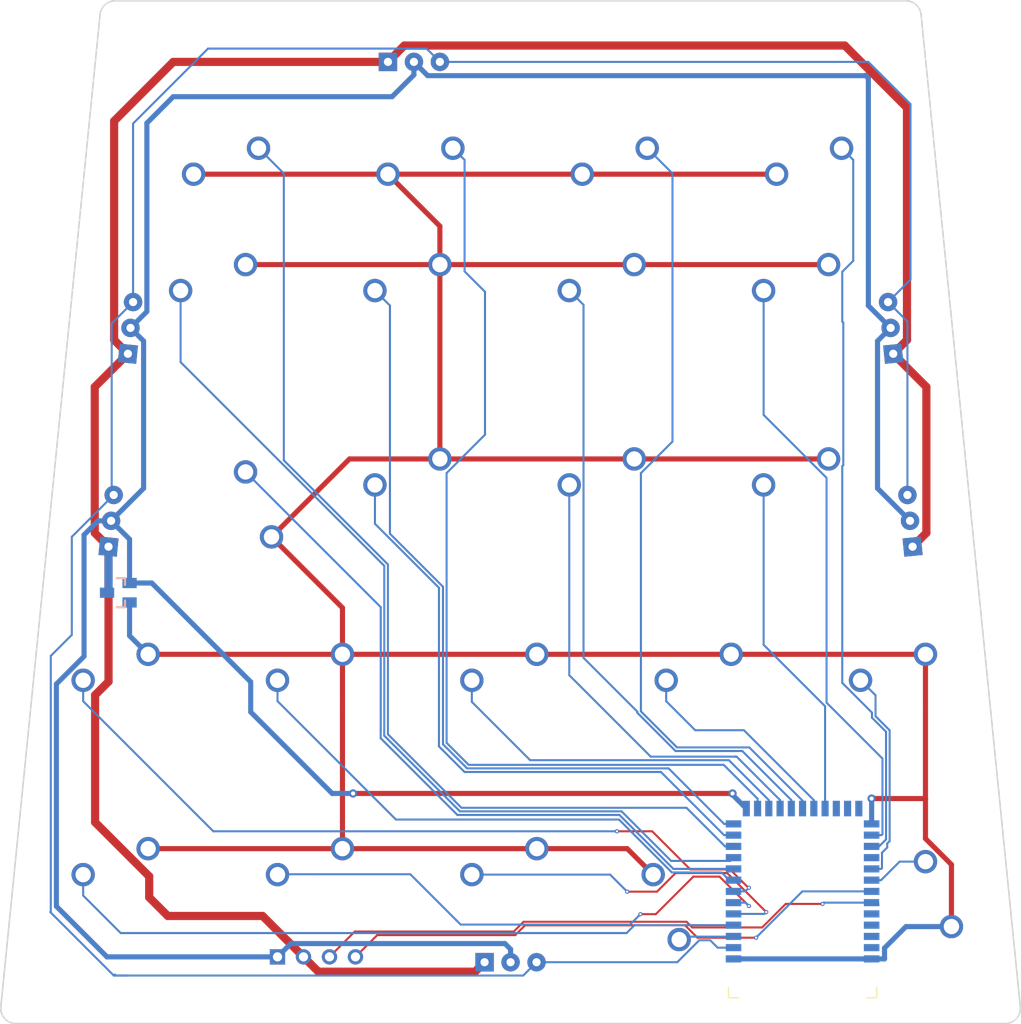
<source format=kicad_pcb>
(kicad_pcb (version 20211014) (generator pcbnew)
  (title_block (title "angle-board") (rev "v1.0.0") (company "Unknown"))
  (layers (0 "F.Cu" signal) (31 "B.Cu" signal) (34 "B.Paste" user) (35 "F.Paste" user) (36 "B.SilkS" user "B.Silkscreen") (37 "F.SilkS" user "F.Silkscreen") (38 "B.Mask" user) (39 "F.Mask" user) (44 "Edge.Cuts" user))
  (net 0 "")
  (net 1 "GND")
  (net 2 "m_c1_r3")
  (net 3 "m_c1_r4")
  (net 4 "m_c1_r5")
  (net 5 "m_c2_r3")
  (net 6 "m_c2_r4")
  (net 7 "m_c2_r5")
  (net 8 "m_c3_r3")
  (net 9 "m_c3_r4")
  (net 10 "m_c3_r5")
  (net 11 "m_c4_r3")
  (net 12 "m_c4_r4")
  (net 13 "m_c4_r5")
  (net 14 "n_c1_r1")
  (net 15 "n_c1_r2")
  (net 16 "n_c2_r1")
  (net 17 "n_c2_r2")
  (net 18 "n_c3_r1")
  (net 19 "n_c3_r2")
  (net 20 "n_c4_r1")
  (net 21 "n_c4_r2")
  (net 22 "n_c5_r1")
  (net 23 "n_c5_r2")
  (net 24 "DMIN")
  (net 25 "DPLUS")
  (net 26 "P009")
  (net 27 "P010")
  (net 28 "P103")
  (net 29 "P104")
  (net 30 "P106")
  (net 31 "XTRA")
  (net 32 "SWDCLK")
  (net 33 "SWDIO")
  (net 34 "VBUS")
  (net 35 "VCC")
  (net 36 "GND_P")
  (footprint "MX" (layer "F.Cu") (at 31.025 -31.025)
    (fp_text reference "S16" hide)
    (fp_text value "" hide)
  )
  (footprint "MX" (layer "F.Cu") (at 88.025 -12.025 -90)
    (fp_text reference "S21" hide)
    (fp_text value "" hide)
  )
  (footprint "four_pin_header" (layer "F.Cu") (at 31.025 -6.525 90)
    (fp_text reference "")
    (fp_text value "")
  )
  (footprint "MountingHole:MountingHole_2.2mm_M2" (layer "F.Cu") (at 2.8 -2.5)
    (fp_text reference "")
    (fp_text value "")
  )
  (footprint "MX" (layer "F.Cu") (at 40.55 -50.125)
    (fp_text reference "S4" hide)
    (fp_text value "" hide)
  )
  (footprint "MX" (layer "F.Cu") (at 69.025 -12.025 90)
    (fp_text reference "S19" hide)
    (fp_text value "" hide)
  )
  (footprint "MX" (layer "F.Cu") (at 78.55 -69.125)
    (fp_text reference "S11" hide)
    (fp_text value "" hide)
  )
  (footprint "MountingHole:MountingHole_2.2mm_M2" (layer "F.Cu") (at 12.2 -97.5)
    (fp_text reference "")
    (fp_text value "")
  )
  (footprint "MountingHole:MountingHole_2.2mm_M2" (layer "F.Cu") (at 87.8 -97.5)
    (fp_text reference "")
    (fp_text value "")
  )
  (footprint "MX" (layer "F.Cu") (at 59.55 -50.125)
    (fp_text reference "S7" hide)
    (fp_text value "" hide)
  )
  (footprint "MX" (layer "F.Cu") (at 78.55 -50.125)
    (fp_text reference "S10" hide)
    (fp_text value "" hide)
  )
  (footprint "MX" (layer "F.Cu") (at 69.025 -31.025)
    (fp_text reference "S20" hide)
    (fp_text value "" hide)
  )
  (footprint "MX" (layer "F.Cu") (at 78.55 -88.125 180)
    (fp_text reference "S12" hide)
    (fp_text value "" hide)
  )
  (footprint "MX" (layer "F.Cu") (at 21.55 -88.125 180)
    (fp_text reference "S3" hide)
    (fp_text value "" hide)
  )
  (footprint "MX" (layer "F.Cu") (at 12.025 -31.025)
    (fp_text reference "S14" hide)
    (fp_text value "" hide)
  )
  (footprint "MX" (layer "F.Cu") (at 50.025 -12.025)
    (fp_text reference "S17" hide)
    (fp_text value "" hide)
  )
  (footprint "MX" (layer "F.Cu") (at 31.025 -12.025)
    (fp_text reference "S15" hide)
    (fp_text value "" hide)
  )
  (footprint "MX" (layer "F.Cu") (at 50.025 -31.025)
    (fp_text reference "S18" hide)
    (fp_text value "" hide)
  )
  (footprint "MX" (layer "F.Cu") (at 12.025 -12.025)
    (fp_text reference "S13" hide)
    (fp_text value "" hide)
  )
  (footprint "MX" (layer "F.Cu") (at 40.55 -88.125 180)
    (fp_text reference "S6" hide)
    (fp_text value "" hide)
  )
  (footprint "MX" (layer "F.Cu") (at 21.55 -69.125)
    (fp_text reference "S2" hide)
    (fp_text value "" hide)
  )
  (footprint "MX" (layer "F.Cu") (at 21.55 -50.125 -90)
    (fp_text reference "S1" hide)
    (fp_text value "" hide)
  )
  (footprint "MX" (layer "F.Cu") (at 88.025 -31.025)
    (fp_text reference "S22" hide)
    (fp_text value "" hide)
  )
  (footprint "MountingHole:MountingHole_2.2mm_M2" (layer "F.Cu") (at 97.2 -2.5)
    (fp_text reference "")
    (fp_text value "")
  )
  (footprint "MX" (layer "F.Cu") (at 40.55 -69.125)
    (fp_text reference "S5" hide)
    (fp_text value "" hide)
  )
  (footprint "MX" (layer "F.Cu") (at 59.55 -88.125 180)
    (fp_text reference "S9" hide)
    (fp_text value "" hide)
  )
  (footprint "MX" (layer "F.Cu") (at 59.55 -69.125)
    (fp_text reference "S8" hide)
    (fp_text value "" hide)
  )
  (footprint "magnetic_connector" (layer "B.Cu") (at 89.054591 -49.154839 -174.29)
    (fp_text reference "")
    (fp_text value "")
  )
  (footprint "magnetic_connector" (layer "B.Cu") (at 12.840955 -68.015285 174.29)
    (fp_text reference "")
    (fp_text value "")
  )
  (footprint "magnetic_connector" (layer "B.Cu") (at 87.159046 -68.015285 -174.29)
    (fp_text reference "")
    (fp_text value "")
  )
  (footprint "magnetic_connector" (layer "B.Cu") (at 10.945409 -49.154839 174.29)
    (fp_text reference "")
    (fp_text value "")
  )
  (footprint "SOT23" (layer "B.Cu") (at 11.65 -42.125 -90)
    (fp_text reference "")
    (fp_text value "SOT23")
  )
  (footprint "nRF52840_holyiot_18010" (layer "B.Cu") (at 78.55 -12.025)
    (fp_text reference "")
    (fp_text value "nRF52840_holyiot_18010")
  )
  (footprint "magnetic_connector" (layer "B.Cu") (at 40.55 -94.025 90)
    (fp_text reference "")
    (fp_text value "")
  )
  (footprint "magnetic_connector" (layer "B.Cu") (at 50 -6 90)
    (fp_text reference "")
    (fp_text value "")
  )
  (gr_line (start 99.835074 -1.649256) (end 90.135074 -98.649256) (layer "Edge.Cuts") (width 0.15))
  (gr_arc (start 9.864925 -98.649256) (mid 10.350973 -99.612179) (end 11.357481 -100) (layer "Edge.Cuts") (width 0.15))
  (gr_arc (start 99.835075 -1.649256) (mid 99.454698 -0.493492) (end 98.342519 0) (layer "Edge.Cuts") (width 0.15))
  (gr_arc (start 1.65748 -0.000001) (mid 0.545302 -0.493493) (end 0.164926 -1.649256) (layer "Edge.Cuts") (width 0.15))
  (gr_line (start 9.864926 -98.649256) (end 0.164926 -1.649256) (layer "Edge.Cuts") (width 0.15))
  (gr_line (start 1.657481 0) (end 98.342519 0) (layer "Edge.Cuts") (width 0.15))
  (gr_arc (start 88.642518 -99.999999) (mid 89.649026 -99.612179) (end 90.135074 -98.649256) (layer "Edge.Cuts") (width 0.15))
  (gr_line (start 88.642519 -100) (end 11.357481 -100) (layer "Edge.Cuts") (width 0.15))
  (segment (start 90.5 -22) (end 90.565 -21.935) (width 0.5) (layer "F.Cu") (net 1))
  (segment (start 62.09 -74.205) (end 81.09 -74.205) (width 0.5) (layer "F.Cu") (net 1))
  (segment (start 57.01 -83.045) (end 38.01 -83.045) (width 0.5) (layer "F.Cu") (net 1))
  (segment (start 33.565 -36.105) (end 33.565 -40.65) (width 0.5) (layer "F.Cu") (net 1))
  (segment (start 90.565 -36.105) (end 90.565 -21.935) (width 0.5) (layer "F.Cu") (net 1))
  (segment (start 61.405 -17.105) (end 63.945 -14.565) (width 0.5) (layer "F.Cu") (net 1))
  (segment (start 81.09 -55.205) (end 62.09 -55.205) (width 0.5) (layer "F.Cu") (net 1))
  (segment (start 33.565 -36.105) (end 14.565 -36.105) (width 0.5) (layer "F.Cu") (net 1))
  (segment (start 33.565 -40.65) (end 26.63 -47.585) (width 0.5) (layer "F.Cu") (net 1))
  (segment (start 93.105 -15.547152) (end 93.105 -9.485) (width 0.5) (layer "F.Cu") (net 1))
  (segment (start 52.565 -36.105) (end 33.565 -36.105) (width 0.5) (layer "F.Cu") (net 1))
  (segment (start 34.25 -55.205) (end 26.63 -47.585) (width 0.5) (layer "F.Cu") (net 1))
  (segment (start 52.565 -17.105) (end 61.405 -17.105) (width 0.5) (layer "F.Cu") (net 1))
  (segment (start 85.3 -22) (end 90.5 -22) (width 0.5) (layer "F.Cu") (net 1))
  (segment (start 90.565 -18.087152) (end 93.105 -15.547152) (width 0.5) (layer "F.Cu") (net 1))
  (segment (start 43.09 -74.205) (end 62.09 -74.205) (width 0.5) (layer "F.Cu") (net 1))
  (segment (start 62.09 -55.205) (end 43.09 -55.205) (width 0.5) (layer "F.Cu") (net 1))
  (segment (start 43.09 -74.205) (end 43.09 -77.965) (width 0.5) (layer "F.Cu") (net 1))
  (segment (start 43.09 -55.205) (end 34.25 -55.205) (width 0.5) (layer "F.Cu") (net 1))
  (segment (start 90.565 -21.935) (end 90.565 -18.087152) (width 0.5) (layer "F.Cu") (net 1))
  (segment (start 14.565 -17.105) (end 33.565 -17.105) (width 0.5) (layer "F.Cu") (net 1))
  (segment (start 76.01 -83.045) (end 57.01 -83.045) (width 0.5) (layer "F.Cu") (net 1))
  (segment (start 33.565 -17.105) (end 33.565 -36.105) (width 0.5) (layer "F.Cu") (net 1))
  (segment (start 43.09 -77.965) (end 38.01 -83.045) (width 0.5) (layer "F.Cu") (net 1))
  (segment (start 90.565 -36.105) (end 71.565 -36.105) (width 0.5) (layer "F.Cu") (net 1))
  (segment (start 38.01 -83.045) (end 19.01 -83.045) (width 0.5) (layer "F.Cu") (net 1))
  (segment (start 33.565 -17.105) (end 52.565 -17.105) (width 0.5) (layer "F.Cu") (net 1))
  (segment (start 43.09 -55.205) (end 43.09 -74.205) (width 0.5) (layer "F.Cu") (net 1))
  (segment (start 24.09 -74.205) (end 43.09 -74.205) (width 0.5) (layer "F.Cu") (net 1))
  (segment (start 71.565 -36.105) (end 52.565 -36.105) (width 0.5) (layer "F.Cu") (net 1))
  (via (at 85.3 -22) (size 0.8) (drill 0.4) (layers "F.Cu" "B.Cu") (net 1))
  (segment (start 88.655215 -9.485) (end 93.105 -9.485) (width 0.5) (layer "B.Cu") (net 1))
  (segment (start 86.562 -6.325) (end 86.562 -7.391785) (width 0.5) (layer "B.Cu") (net 1))
  (segment (start 12.75 -41.175) (end 12.75 -37.92) (width 0.5) (layer "B.Cu") (net 1))
  (segment (start 71.8 -6.325) (end 85.3 -6.325) (width 0.5) (layer "B.Cu") (net 1))
  (segment (start 85.3 -6.325) (end 86.562 -6.325) (width 0.5) (layer "B.Cu") (net 1))
  (segment (start 85.3 -19.525) (end 85.3 -22) (width 0.5) (layer "B.Cu") (net 1))
  (segment (start 86.562 -7.391785) (end 88.655215 -9.485) (width 0.5) (layer "B.Cu") (net 1))
  (segment (start 12.75 -37.92) (end 14.565 -36.105) (width 0.5) (layer "B.Cu") (net 1))
  (segment (start 65.919304 -15.125) (end 60.643326 -20.400978) (width 0.2) (layer "B.Cu") (net 2))
  (segment (start 44.799022 -20.400978) (end 37.300977 -27.899023) (width 0.2) (layer "B.Cu") (net 2))
  (segment (start 37.305421 -28.738733) (end 37.305421 -40.719579) (width 0.2) (layer "B.Cu") (net 2))
  (segment (start 37.300977 -27.899023) (end 37.300977 -28.734289) (width 0.2) (layer "B.Cu") (net 2))
  (segment (start 71.8 -15.125) (end 65.919304 -15.125) (width 0.2) (layer "B.Cu") (net 2))
  (segment (start 37.305421 -40.719579) (end 24.09 -53.935) (width 0.2) (layer "B.Cu") (net 2))
  (segment (start 60.643326 -20.400978) (end 44.799022 -20.400978) (width 0.2) (layer "B.Cu") (net 2))
  (segment (start 37.300977 -28.734289) (end 37.305421 -28.738733) (width 0.2) (layer "B.Cu") (net 2))
  (segment (start 37.650488 -28.589494) (end 37.654932 -28.593938) (width 0.2) (layer "B.Cu") (net 3))
  (segment (start 37.654932 -28.593938) (end 37.654932 -44.750784) (width 0.2) (layer "B.Cu") (net 3))
  (segment (start 65.695421 -15.904579) (end 60.849511 -20.750489) (width 0.2) (layer "B.Cu") (net 3))
  (segment (start 45.049511 -20.750489) (end 37.650488 -28.149512) (width 0.2) (layer "B.Cu") (net 3))
  (segment (start 71.479579 -15.904579) (end 65.695421 -15.904579) (width 0.2) (layer "B.Cu") (net 3))
  (segment (start 37.654932 -44.750784) (end 17.74 -64.665716) (width 0.2) (layer "B.Cu") (net 3))
  (segment (start 17.74 -64.665716) (end 17.74 -71.665) (width 0.2) (layer "B.Cu") (net 3))
  (segment (start 71.8 -16.225) (end 71.479579 -15.904579) (width 0.2) (layer "B.Cu") (net 3))
  (segment (start 60.849511 -20.750489) (end 45.049511 -20.750489) (width 0.2) (layer "B.Cu") (net 3))
  (segment (start 37.650488 -28.149512) (end 37.650488 -28.589494) (width 0.2) (layer "B.Cu") (net 3))
  (segment (start 38.004459 -28.295605) (end 38.004459 -44.895541) (width 0.2) (layer "B.Cu") (net 4))
  (segment (start 38.004459 -44.895541) (end 27.830421 -55.069579) (width 0.2) (layer "B.Cu") (net 4))
  (segment (start 27.830421 -55.069579) (end 27.830421 -83.114579) (width 0.2) (layer "B.Cu") (net 4))
  (segment (start 27.830421 -83.114579) (end 25.36 -85.585) (width 0.2) (layer "B.Cu") (net 4))
  (segment (start 45.2 -21.1) (end 38.004427 -28.295573) (width 0.2) (layer "B.Cu") (net 4))
  (segment (start 71.8 -17.325) (end 70.975 -17.325) (width 0.2) (layer "B.Cu") (net 4))
  (segment (start 67.2 -21.1) (end 45.2 -21.1) (width 0.2) (layer "B.Cu") (net 4))
  (segment (start 70.975 -17.325) (end 67.2 -21.1) (width 0.2) (layer "B.Cu") (net 4))
  (segment (start 38.004427 -28.295573) (end 38.004459 -28.295605) (width 0.2) (layer "B.Cu") (net 4))
  (segment (start 36.74 -48.865716) (end 36.74 -52.665) (width 0.2) (layer "B.Cu") (net 5))
  (segment (start 45.499022 -24.600978) (end 43 -27.1) (width 0.2) (layer "B.Cu") (net 5))
  (segment (start 64.699022 -24.600978) (end 45.499022 -24.600978) (width 0.2) (layer "B.Cu") (net 5))
  (segment (start 71.8 -18.425) (end 70.875 -18.425) (width 0.2) (layer "B.Cu") (net 5))
  (segment (start 43 -27.1) (end 43 -42.605716) (width 0.2) (layer "B.Cu") (net 5))
  (segment (start 43 -42.605716) (end 36.74 -48.865716) (width 0.2) (layer "B.Cu") (net 5))
  (segment (start 70.875 -18.425) (end 64.699022 -24.600978) (width 0.2) (layer "B.Cu") (net 5))
  (segment (start 65.449511 -24.950489) (end 45.755227 -24.950489) (width 0.2) (layer "B.Cu") (net 6))
  (segment (start 38.206579 -70.198421) (end 36.74 -71.665) (width 0.2) (layer "B.Cu") (net 6))
  (segment (start 45.755227 -24.950489) (end 43.395068 -27.310649) (width 0.2) (layer "B.Cu") (net 6))
  (segment (start 43.395068 -27.310649) (end 43.395068 -42.704932) (width 0.2) (layer "B.Cu") (net 6))
  (segment (start 38.206579 -47.893421) (end 38.206579 -70.198421) (width 0.2) (layer "B.Cu") (net 6))
  (segment (start 70.875 -19.525) (end 65.449511 -24.950489) (width 0.2) (layer "B.Cu") (net 6))
  (segment (start 43.395068 -42.704932) (end 38.206579 -47.893421) (width 0.2) (layer "B.Cu") (net 6))
  (segment (start 71.8 -19.525) (end 70.875 -19.525) (width 0.2) (layer "B.Cu") (net 6))
  (segment (start 43.744579 -53.819559) (end 43.744579 -27.455421) (width 0.2) (layer "B.Cu") (net 7))
  (segment (start 47.5 -57.57498) (end 43.744579 -53.819559) (width 0.2) (layer "B.Cu") (net 7))
  (segment (start 43.744579 -27.455421) (end 45.9 -25.3) (width 0.2) (layer "B.Cu") (net 7))
  (segment (start 44.36 -85.585) (end 45.503 -84.442) (width 0.2) (layer "B.Cu") (net 7))
  (segment (start 45.503 -84.442) (end 45.503 -73.543842) (width 0.2) (layer "B.Cu") (net 7))
  (segment (start 74.15 -21.987) (end 74.15 -21.025) (width 0.2) (layer "B.Cu") (net 7))
  (segment (start 70.837 -25.3) (end 74.15 -21.987) (width 0.2) (layer "B.Cu") (net 7))
  (segment (start 45.9 -25.3) (end 70.837 -25.3) (width 0.2) (layer "B.Cu") (net 7))
  (segment (start 47.5 -71.546842) (end 47.5 -57.57498) (width 0.2) (layer "B.Cu") (net 7))
  (segment (start 45.503 -73.543842) (end 47.5 -71.546842) (width 0.2) (layer "B.Cu") (net 7))
  (segment (start 76.35 -21.85) (end 72.1 -26.1) (width 0.2) (layer "B.Cu") (net 8))
  (segment (start 63.7 -26.1) (end 55.74 -34.06) (width 0.2) (layer "B.Cu") (net 8))
  (segment (start 55.74 -34.06) (end 55.74 -52.665) (width 0.2) (layer "B.Cu") (net 8))
  (segment (start 71.993011 -26.1) (end 71.9 -26.1) (width 0.2) (layer "B.Cu") (net 8))
  (segment (start 76.35 -21.025) (end 76.35 -21.85) (width 0.2) (layer "B.Cu") (net 8))
  (segment (start 72.1 -26.1) (end 71.9 -26.1) (width 0.2) (layer "B.Cu") (net 8))
  (segment (start 71.9 -26.1) (end 63.7 -26.1) (width 0.2) (layer "B.Cu") (net 8))
  (segment (start 72.649511 -26.650489) (end 66.127575 -26.650489) (width 0.2) (layer "B.Cu") (net 9))
  (segment (start 77.45 -21.85) (end 72.649511 -26.650489) (width 0.2) (layer "B.Cu") (net 9))
  (segment (start 77.45 -21.025) (end 77.45 -21.85) (width 0.2) (layer "B.Cu") (net 9))
  (segment (start 62.395068 -30.500194) (end 57.132511 -35.762751) (width 0.2) (layer "B.Cu") (net 9))
  (segment (start 66.127575 -26.650489) (end 62.395068 -30.382996) (width 0.2) (layer "B.Cu") (net 9))
  (segment (start 57.132511 -70.272489) (end 55.74 -71.665) (width 0.2) (layer "B.Cu") (net 9))
  (segment (start 62.395068 -30.382996) (end 62.395068 -30.500194) (width 0.2) (layer "B.Cu") (net 9))
  (segment (start 57.132511 -35.762751) (end 57.132511 -70.272489) (width 0.2) (layer "B.Cu") (net 9))
  (segment (start 66.272347 -27) (end 62.744579 -30.527768) (width 0.2) (layer "B.Cu") (net 10))
  (segment (start 78.55 -21.025) (end 78.55 -21.7935) (width 0.2) (layer "B.Cu") (net 10))
  (segment (start 65.830421 -56.905401) (end 65.830421 -83.114579) (width 0.2) (layer "B.Cu") (net 10))
  (segment (start 78.55 -21.7935) (end 73.3435 -27) (width 0.2) (layer "B.Cu") (net 10))
  (segment (start 73.3435 -27) (end 66.272347 -27) (width 0.2) (layer "B.Cu") (net 10))
  (segment (start 62.744579 -53.819559) (end 65.830421 -56.905401) (width 0.2) (layer "B.Cu") (net 10))
  (segment (start 65.830421 -83.114579) (end 63.36 -85.585) (width 0.2) (layer "B.Cu") (net 10))
  (segment (start 62.744579 -30.527768) (end 62.744579 -53.819559) (width 0.2) (layer "B.Cu") (net 10))
  (segment (start 74.74 -37.038063) (end 74.74 -52.665) (width 0.2) (layer "B.Cu") (net 11))
  (segment (start 80.75 -31.028063) (end 74.74 -37.038063) (width 0.2) (layer "B.Cu") (net 11))
  (segment (start 80.75 -21.025) (end 80.75 -31.028063) (width 0.2) (layer "B.Cu") (net 11))
  (segment (start 85.3 -18.425) (end 86.262 -18.425) (width 0.2) (layer "B.Cu") (net 12))
  (segment (start 86.361511 -18.524511) (end 86.361511 -25.910836) (width 0.2) (layer "B.Cu") (net 12))
  (segment (start 80.893421 -53.361559) (end 74.74 -59.51498) (width 0.2) (layer "B.Cu") (net 12))
  (segment (start 86.361511 -25.910836) (end 80.893421 -31.378926) (width 0.2) (layer "B.Cu") (net 12))
  (segment (start 80.893421 -31.378926) (end 80.893421 -53.361559) (width 0.2) (layer "B.Cu") (net 12))
  (segment (start 86.262 -18.425) (end 86.361511 -18.524511) (width 0.2) (layer "B.Cu") (net 12))
  (segment (start 74.74 -59.51498) (end 74.74 -71.665) (width 0.2) (layer "B.Cu") (net 12))
  (segment (start 83.503 -84.442) (end 82.36 -85.585) (width 0.2) (layer "B.Cu") (net 13))
  (segment (start 85.332068 -29.90955) (end 85.332068 -30.403833) (width 0.2) (layer "B.Cu") (net 13))
  (segment (start 82.532511 -54.607491) (end 82.532511 -68.524836) (width 0.2) (layer "B.Cu") (net 13))
  (segment (start 85.3 -17.325) (end 86.025 -17.325) (width 0.2) (layer "B.Cu") (net 13))
  (segment (start 83.503 -74.57798) (end 83.503 -84.442) (width 0.2) (layer "B.Cu") (net 13))
  (segment (start 82.429579 -68.627768) (end 82.429579 -73.504559) (width 0.2) (layer "B.Cu") (net 13))
  (segment (start 82.429579 -54.504559) (end 82.532511 -54.607491) (width 0.2) (layer "B.Cu") (net 13))
  (segment (start 86.711022 -18.011022) (end 86.711022 -28.530595) (width 0.2) (layer "B.Cu") (net 13))
  (segment (start 82.429579 -73.504559) (end 83.503 -74.57798) (width 0.2) (layer "B.Cu") (net 13))
  (segment (start 82.429579 -33.306322) (end 82.429579 -54.504559) (width 0.2) (layer "B.Cu") (net 13))
  (segment (start 86.025 -17.325) (end 86.711022 -18.011022) (width 0.2) (layer "B.Cu") (net 13))
  (segment (start 82.532511 -68.524836) (end 82.429579 -68.627768) (width 0.2) (layer "B.Cu") (net 13))
  (segment (start 86.711022 -28.530595) (end 85.332068 -29.90955) (width 0.2) (layer "B.Cu") (net 13))
  (segment (start 85.332068 -30.403833) (end 82.429579 -33.306322) (width 0.2) (layer "B.Cu") (net 13))
  (segment (start 11.885412 -8.850489) (end 8.215 -12.520901) (width 0.2) (layer "B.Cu") (net 14))
  (segment (start 8.215 -12.520901) (end 8.215 -14.565) (width 0.2) (layer "B.Cu") (net 14))
  (segment (start 62.119284 -9.625) (end 61.344773 -8.850489) (width 0.2) (layer "B.Cu") (net 14))
  (segment (start 71.8 -9.625) (end 62.119284 -9.625) (width 0.2) (layer "B.Cu") (net 14))
  (segment (start 61.344773 -8.850489) (end 11.885412 -8.850489) (width 0.2) (layer "B.Cu") (net 14))
  (segment (start 67.578876 -15.067443) (end 71.468247 -15.067443) (width 0.2) (layer "F.Cu") (net 15))
  (segment (start 63.846319 -18.8) (end 67.578876 -15.067443) (width 0.2) (layer "F.Cu") (net 15))
  (segment (start 73.256944 -13.278746) (end 73.299011 -13.278746) (width 0.2) (layer "F.Cu") (net 15))
  (segment (start 71.468247 -15.067443) (end 73.256944 -13.278746) (width 0.2) (layer "F.Cu") (net 15))
  (segment (start 60.4 -18.8) (end 63.846319 -18.8) (width 0.2) (layer "F.Cu") (net 15))
  (via (at 73.299011 -13.278746) (size 0.4) (drill 0.2) (layers "F.Cu" "B.Cu") (net 15))
  (via (at 60.4 -18.8) (size 0.4) (drill 0.2) (layers "F.Cu" "B.Cu") (net 15))
  (segment (start 20.935901 -18.8) (end 8.215 -31.520901) (width 0.2) (layer "B.Cu") (net 15))
  (segment (start 72.945265 -12.925) (end 73.299011 -13.278746) (width 0.2) (layer "B.Cu") (net 15))
  (segment (start 60.4 -18.8) (end 20.935901 -18.8) (width 0.2) (layer "B.Cu") (net 15))
  (segment (start 8.215 -31.520901) (end 8.215 -33.565) (width 0.2) (layer "B.Cu") (net 15))
  (segment (start 71.8 -12.925) (end 72.945265 -12.925) (width 0.2) (layer "B.Cu") (net 15))
  (segment (start 70.431579 -14.368421) (end 67.868421 -14.368421) (width 0.2) (layer "F.Cu") (net 16))
  (segment (start 64.2 -10.7) (end 62.7 -10.7) (width 0.2) (layer "F.Cu") (net 16))
  (segment (start 73.3 -11.5) (end 70.431579 -14.368421) (width 0.2) (layer "F.Cu") (net 16))
  (segment (start 67.868421 -14.368421) (end 64.2 -10.7) (width 0.2) (layer "F.Cu") (net 16))
  (via (at 62.7 -10.7) (size 0.4) (drill 0.2) (layers "F.Cu" "B.Cu") (net 16))
  (via (at 73.3 -11.5) (size 0.4) (drill 0.2) (layers "F.Cu" "B.Cu") (net 16))
  (segment (start 45.118421 -9.681579) (end 61.681579 -9.681579) (width 0.2) (layer "B.Cu") (net 16))
  (segment (start 44.7 -10.1) (end 45.118421 -9.681579) (width 0.2) (layer "B.Cu") (net 16))
  (segment (start 40.2 -14.6) (end 44.7 -10.1) (width 0.2) (layer "B.Cu") (net 16))
  (segment (start 27.215 -14.565) (end 27.365 -14.565) (width 0.2) (layer "B.Cu") (net 16))
  (segment (start 72.975 -11.825) (end 73.3 -11.5) (width 0.2) (layer "B.Cu") (net 16))
  (segment (start 71.8 -11.825) (end 72.975 -11.825) (width 0.2) (layer "B.Cu") (net 16))
  (segment (start 27.4 -14.6) (end 40.2 -14.6) (width 0.2) (layer "B.Cu") (net 16))
  (segment (start 61.681579 -9.681579) (end 62.7 -10.7) (width 0.2) (layer "B.Cu") (net 16))
  (segment (start 27.365 -14.565) (end 27.4 -14.6) (width 0.2) (layer "B.Cu") (net 16))
  (segment (start 60.598553 -19.951467) (end 38.784434 -19.951467) (width 0.2) (layer "B.Cu") (net 17))
  (segment (start 70.637511 -14.775489) (end 65.774531 -14.775489) (width 0.2) (layer "B.Cu") (net 17))
  (segment (start 71.388 -14.025) (end 70.637511 -14.775489) (width 0.2) (layer "B.Cu") (net 17))
  (segment (start 71.8 -14.025) (end 71.388 -14.025) (width 0.2) (layer "B.Cu") (net 17))
  (segment (start 27.215 -31.520901) (end 27.215 -33.565) (width 0.2) (layer "B.Cu") (net 17))
  (segment (start 65.774531 -14.775489) (end 60.598553 -19.951467) (width 0.2) (layer "B.Cu") (net 17))
  (segment (start 38.784434 -19.951467) (end 27.215 -31.520901) (width 0.2) (layer "B.Cu") (net 17))
  (segment (start 71.182068 -14.717932) (end 66.137952 -14.717932) (width 0.2) (layer "F.Cu") (net 18))
  (segment (start 66.137952 -14.717932) (end 64.32002 -12.9) (width 0.2) (layer "F.Cu") (net 18))
  (segment (start 64.32002 -12.9) (end 61.4 -12.9) (width 0.2) (layer "F.Cu") (net 18))
  (segment (start 75 -10.9) (end 71.182068 -14.717932) (width 0.2) (layer "F.Cu") (net 18))
  (via (at 75 -10.9) (size 0.4) (drill 0.2) (layers "F.Cu" "B.Cu") (net 18))
  (via (at 61.4 -12.9) (size 0.4) (drill 0.2) (layers "F.Cu" "B.Cu") (net 18))
  (segment (start 61.4 -12.9) (end 59.735 -14.565) (width 0.2) (layer "B.Cu") (net 18))
  (segment (start 59.735 -14.565) (end 46.215 -14.565) (width 0.2) (layer "B.Cu") (net 18))
  (segment (start 71.8 -10.725) (end 74.825 -10.725) (width 0.2) (layer "B.Cu") (net 18))
  (segment (start 74.825 -10.725) (end 75 -10.9) (width 0.2) (layer "B.Cu") (net 18))
  (segment (start 51.917164 -25.750489) (end 46.215 -31.452653) (width 0.2) (layer "B.Cu") (net 19))
  (segment (start 71.349511 -25.750489) (end 51.917164 -25.750489) (width 0.2) (layer "B.Cu") (net 19))
  (segment (start 75.25 -21.025) (end 75.25 -21.85) (width 0.2) (layer "B.Cu") (net 19))
  (segment (start 75.25 -21.85) (end 71.349511 -25.750489) (width 0.2) (layer "B.Cu") (net 19))
  (segment (start 46.215 -31.452653) (end 46.215 -33.565) (width 0.2) (layer "B.Cu") (net 19))
  (segment (start 71.8 -8.525) (end 71.875 -8.525) (width 0.2) (layer "B.Cu") (net 20))
  (segment (start 71.9 -8.5) (end 66.77 -8.5) (width 0.2) (layer "B.Cu") (net 20))
  (segment (start 71.875 -8.525) (end 71.9 -8.5) (width 0.2) (layer "B.Cu") (net 20))
  (segment (start 66.77 -8.5) (end 66.485 -8.215) (width 0.2) (layer "B.Cu") (net 20))
  (segment (start 72.818421 -28.681579) (end 68.054322 -28.681579) (width 0.2) (layer "B.Cu") (net 21))
  (segment (start 65.215 -31.520901) (end 65.215 -33.565) (width 0.2) (layer "B.Cu") (net 21))
  (segment (start 79.65 -21.85) (end 72.818421 -28.681579) (width 0.2) (layer "B.Cu") (net 21))
  (segment (start 79.65 -21.025) (end 79.65 -21.85) (width 0.2) (layer "B.Cu") (net 21))
  (segment (start 68.054322 -28.681579) (end 65.215 -31.520901) (width 0.2) (layer "B.Cu") (net 21))
  (segment (start 88.035 -15.835) (end 90.565 -15.835) (width 0.2) (layer "B.Cu") (net 22))
  (segment (start 85.3 -14.025) (end 86.225 -14.025) (width 0.2) (layer "B.Cu") (net 22))
  (segment (start 86.225 -14.025) (end 88.035 -15.835) (width 0.2) (layer "B.Cu") (net 22))
  (segment (start 85.681579 -30.054322) (end 87.060542 -28.675359) (width 0.2) (layer "B.Cu") (net 23))
  (segment (start 86.824579 -17.602232) (end 86.824579 -17.213405) (width 0.2) (layer "B.Cu") (net 23))
  (segment (start 86.824579 -17.213405) (end 86.311511 -16.700337) (width 0.2) (layer "B.Cu") (net 23))
  (segment (start 87.060542 -17.838195) (end 86.824579 -17.602232) (width 0.2) (layer "B.Cu") (net 23))
  (segment (start 86.311511 -16.700337) (end 86.311511 -15.211511) (width 0.2) (layer "B.Cu") (net 23))
  (segment (start 84.215 -33.565) (end 85.681579 -32.098421) (width 0.2) (layer "B.Cu") (net 23))
  (segment (start 86.225 -15.125) (end 85.3 -15.125) (width 0.2) (layer "B.Cu") (net 23))
  (segment (start 87.060542 -28.675359) (end 87.060542 -17.838195) (width 0.2) (layer "B.Cu") (net 23))
  (segment (start 86.311511 -15.211511) (end 86.225 -15.125) (width 0.2) (layer "B.Cu") (net 23))
  (segment (start 85.681579 -32.098421) (end 85.681579 -30.054322) (width 0.2) (layer "B.Cu") (net 23))
  (segment (start 52.54 -6) (end 51.240489 -4.700489) (width 0.2) (layer "B.Cu") (net 31))
  (segment (start 68.445421 -8.145421) (end 66.3 -6) (width 0.2) (layer "B.Cu") (net 31))
  (segment (start 7.1 -38) (end 5.045068 -35.945068) (width 0.2) (layer "B.Cu") (net 31))
  (segment (start 89.1 -72.736349) (end 86.906333 -70.542682) (width 0.2) (layer "B.Cu") (net 31))
  (segment (start 11 -52) (end 11 -68.449014) (width 0.2) (layer "B.Cu") (net 31))
  (segment (start 70.242653 -7.425) (end 69.522232 -8.145421) (width 0.2) (layer "B.Cu") (net 31))
  (segment (start 11 -68.449014) (end 13.093668 -70.542682) (width 0.2) (layer "B.Cu") (net 31))
  (segment (start 71.8 -7.425) (end 70.242653 -7.425) (width 0.2) (layer "B.Cu") (net 31))
  (segment (start 13.093668 -87.993668) (end 20.424511 -95.324511) (width 0.2) (layer "B.Cu") (net 31))
  (segment (start 51.240489 -4.700489) (end 12.499511 -4.700489) (width 0.2) (layer "B.Cu") (net 31))
  (segment (start 84.975 -94.025) (end 89.1 -89.9) (width 0.2) (layer "B.Cu") (net 31))
  (segment (start 88.801878 -68.647137) (end 88.801878 -51.682236) (width 0.2) (layer "B.Cu") (net 31))
  (segment (start 12.499511 -4.700489) (end 11.399511 -4.700489) (width 0.2) (layer "B.Cu") (net 31))
  (segment (start 11.399511 -4.700489) (end 11.3 -4.8) (width 0.2) (layer "B.Cu") (net 31))
  (segment (start 5.045068 -35.945068) (end 5.045068 -10.945068) (width 0.2) (layer "B.Cu") (net 31))
  (segment (start 5.045068 -10.945068) (end 5 -10.9) (width 0.2) (layer "B.Cu") (net 31))
  (segment (start 13.093668 -70.542682) (end 13.093668 -87.993668) (width 0.2) (layer "B.Cu") (net 31))
  (segment (start 7.115886 -47.6) (end 7.1 -47.6) (width 0.2) (layer "B.Cu") (net 31))
  (segment (start 5 -10.9) (end 11.199511 -4.700489) (width 0.2) (layer "B.Cu") (net 31))
  (segment (start 43.09 -94.025) (end 84.975 -94.025) (width 0.2) (layer "B.Cu") (net 31))
  (segment (start 11.198122 -51.801878) (end 11 -52) (width 0.2) (layer "B.Cu") (net 31))
  (segment (start 11.198122 -51.682236) (end 7.115886 -47.6) (width 0.2) (layer "B.Cu") (net 31))
  (segment (start 41.790489 -95.324511) (end 43.09 -94.025) (width 0.2) (layer "B.Cu") (net 31))
  (segment (start 20.424511 -95.324511) (end 41.790489 -95.324511) (width 0.2) (layer "B.Cu") (net 31))
  (segment (start 11.198122 -51.682236) (end 11.198122 -51.801878) (width 0.2) (layer "B.Cu") (net 31))
  (segment (start 7.1 -47.6) (end 7.1 -38) (width 0.2) (layer "B.Cu") (net 31))
  (segment (start 86.906333 -70.542682) (end 88.801878 -68.647137) (width 0.2) (layer "B.Cu") (net 31))
  (segment (start 66.3 -6) (end 52.54 -6) (width 0.2) (layer "B.Cu") (net 31))
  (segment (start 69.522232 -8.145421) (end 68.445421 -8.145421) (width 0.2) (layer "B.Cu") (net 31))
  (segment (start 11.199511 -4.700489) (end 12.499511 -4.700489) (width 0.2) (layer "B.Cu") (net 31))
  (segment (start 89.1 -89.9) (end 89.1 -72.736349) (width 0.2) (layer "B.Cu") (net 31))
  (segment (start 68.269309 -8.4) (end 67.061798 -9.607511) (width 0.2) (layer "F.Cu") (net 32))
  (segment (start 50.458871 -8.650489) (end 36.960489 -8.650489) (width 0.2) (layer "F.Cu") (net 32))
  (segment (start 67.061798 -9.607511) (end 51.415894 -9.607511) (width 0.2) (layer "F.Cu") (net 32))
  (segment (start 51.415894 -9.607511) (end 50.458871 -8.650489) (width 0.2) (layer "F.Cu") (net 32))
  (segment (start 74 -8.4) (end 68.269309 -8.4) (width 0.2) (layer "F.Cu") (net 32))
  (segment (start 36.960489 -8.650489) (end 34.835 -6.525) (width 0.2) (layer "F.Cu") (net 32))
  (via (at 74 -8.4) (size 0.4) (drill 0.2) (layers "F.Cu" "B.Cu") (net 32))
  (segment (start 85.3 -12.925) (end 78.525 -12.925) (width 0.2) (layer "B.Cu") (net 32))
  (segment (start 78.525 -12.925) (end 74 -8.4) (width 0.2) (layer "B.Cu") (net 32))
  (segment (start 67.20657 -9.957022) (end 51.271121 -9.957022) (width 0.2) (layer "F.Cu") (net 33))
  (segment (start 51.271121 -9.957022) (end 50.314099 -9) (width 0.2) (layer "F.Cu") (net 33))
  (segment (start 34.77 -9) (end 32.295 -6.525) (width 0.2) (layer "F.Cu") (net 33))
  (segment (start 76.9 -11.7) (end 74.6 -9.4) (width 0.2) (layer "F.Cu") (net 33))
  (segment (start 67.763593 -9.4) (end 67.20657 -9.957022) (width 0.2) (layer "F.Cu") (net 33))
  (segment (start 80.5 -11.7) (end 76.9 -11.7) (width 0.2) (layer "F.Cu") (net 33))
  (segment (start 74.6 -9.4) (end 67.763593 -9.4) (width 0.2) (layer "F.Cu") (net 33))
  (segment (start 50.314099 -9) (end 34.77 -9) (width 0.2) (layer "F.Cu") (net 33))
  (via (at 80.5 -11.7) (size 0.4) (drill 0.2) (layers "F.Cu" "B.Cu") (net 33))
  (segment (start 80.625 -11.825) (end 80.5 -11.7) (width 0.2) (layer "B.Cu") (net 33))
  (segment (start 85.3 -11.825) (end 80.625 -11.825) (width 0.2) (layer "B.Cu") (net 33))
  (segment (start 34.6 -22.5) (end 71.7 -22.5) (width 0.5) (layer "F.Cu") (net 35))
  (via (at 34.6 -22.5) (size 0.8) (drill 0.4) (layers "F.Cu" "B.Cu") (net 35))
  (via (at 71.7 -22.5) (size 0.8) (drill 0.4) (layers "F.Cu" "B.Cu") (net 35))
  (segment (start 84.980421 -92.419579) (end 84.980421 -70.19391) (width 0.5) (layer "B.Cu") (net 35))
  (segment (start 27.215 -6.525) (end 10.535215 -6.525) (width 0.5) (layer "B.Cu") (net 35))
  (segment (start 84.7 -92.7) (end 84.980421 -92.419579) (width 0.5) (layer "B.Cu") (net 35))
  (segment (start 38.416213 -90.618421) (end 17.018421 -90.618421) (width 0.5) (layer "B.Cu") (net 35))
  (segment (start 28.514511 -7.824511) (end 27.215 -6.525) (width 0.5) (layer "B.Cu") (net 35))
  (segment (start 17.018421 -90.618421) (end 14.443179 -88.043179) (width 0.5) (layer "B.Cu") (net 35))
  (segment (start 87.159046 -68.015285) (end 85.877161 -66.7334) (width 0.5) (layer "B.Cu") (net 35))
  (segment (start 14.925 -43.075) (end 24.594579 -33.405421) (width 0.5) (layer "B.Cu") (net 35))
  (segment (start 5.594579 -11.465636) (end 5.594579 -33.196731) (width 0.5) (layer "B.Cu") (net 35))
  (segment (start 50 -6) (end 50 -7.272792) (width 0.5) (layer "B.Cu") (net 35))
  (segment (start 85.877161 -52.332269) (end 89.054591 -49.154839) (width 0.5) (layer "B.Cu") (net 35))
  (segment (start 9.672617 -49.154839) (end 10.945409 -49.154839) (width 0.5) (layer "B.Cu") (net 35))
  (segment (start 40.55 -94.025) (end 41.899511 -92.675489) (width 0.5) (layer "B.Cu") (net 35))
  (segment (start 8.3 -35.902152) (end 8.3 -47.782222) (width 0.5) (layer "B.Cu") (net 35))
  (segment (start 14.443179 -69.617509) (end 12.840955 -68.015285) (width 0.5) (layer "B.Cu") (net 35))
  (segment (start 40.55 -94.025) (end 40.55 -92.752208) (width 0.5) (layer "B.Cu") (net 35))
  (segment (start 24.594579 -33.405421) (end 24.594579 -30.465636) (width 0.5) (layer "B.Cu") (net 35))
  (segment (start 32.560215 -22.5) (end 34.6 -22.5) (width 0.5) (layer "B.Cu") (net 35))
  (segment (start 49.448281 -7.824511) (end 28.514511 -7.824511) (width 0.5) (layer "B.Cu") (net 35))
  (segment (start 40.55 -92.752208) (end 38.416213 -90.618421) (width 0.5) (layer "B.Cu") (net 35))
  (segment (start 14.443179 -88.043179) (end 14.443179 -69.617509) (width 0.5) (layer "B.Cu") (net 35))
  (segment (start 84.980421 -70.19391) (end 87.159046 -68.015285) (width 0.5) (layer "B.Cu") (net 35))
  (segment (start 10.535215 -6.525) (end 5.594579 -11.465636) (width 0.5) (layer "B.Cu") (net 35))
  (segment (start 8.3 -47.782222) (end 9.672617 -49.154839) (width 0.5) (layer "B.Cu") (net 35))
  (segment (start 12.75 -43.075) (end 14.925 -43.075) (width 0.5) (layer "B.Cu") (net 35))
  (segment (start 5.594579 -33.196731) (end 8.3 -35.902152) (width 0.5) (layer "B.Cu") (net 35))
  (segment (start 12.75 -47.350248) (end 12.75 -43.075) (width 0.5) (layer "B.Cu") (net 35))
  (segment (start 14.12284 -52.33227) (end 14.12284 -66.7334) (width 0.5) (layer "B.Cu") (net 35))
  (segment (start 71.7 -22.5) (end 71.7 -22.375) (width 0.5) (layer "B.Cu") (net 35))
  (segment (start 10.945409 -49.154839) (end 14.12284 -52.33227) (width 0.5) (layer "B.Cu") (net 35))
  (segment (start 71.7 -22.375) (end 73.05 -21.025) (width 0.5) (layer "B.Cu") (net 35))
  (segment (start 41.899511 -92.675489) (end 84.675489 -92.675489) (width 0.5) (layer "B.Cu") (net 35))
  (segment (start 84.675489 -92.675489) (end 84.7 -92.7) (width 0.5) (layer "B.Cu") (net 35))
  (segment (start 50 -7.272792) (end 49.448281 -7.824511) (width 0.5) (layer "B.Cu") (net 35))
  (segment (start 85.877161 -66.7334) (end 85.877161 -52.332269) (width 0.5) (layer "B.Cu") (net 35))
  (segment (start 24.594579 -30.465636) (end 32.560215 -22.5) (width 0.5) (layer "B.Cu") (net 35))
  (segment (start 14.12284 -66.7334) (end 12.840955 -68.015285) (width 0.5) (layer "B.Cu") (net 35))
  (segment (start 10.945409 -49.154839) (end 12.75 -47.350248) (width 0.5) (layer "B.Cu") (net 35))
  (segment (start 9.345898 -62.245544) (end 12.588242 -65.487888) (width 0.8) (layer "F.Cu") (net 36))
  (segment (start 47.46 -6) (end 46.535489 -5.075489) (width 0.8) (layer "F.Cu") (net 36))
  (segment (start 88.758557 -89.541443) (end 88.758557 -66.834686) (width 0.8) (layer "F.Cu") (net 36))
  (segment (start 90.654102 -62.245545) (end 90.654102 -47.97424) (width 0.8) (layer "F.Cu") (net 36))
  (segment (start 82.675489 -95.624511) (end 88.758557 -89.541443) (width 0.8) (layer "F.Cu") (net 36))
  (segment (start 14.668421 -14.395874) (end 9.381579 -19.682716) (width 0.8) (layer "F.Cu") (net 36))
  (segment (start 11.241444 -88.241444) (end 17.025 -94.025) (width 0.8) (layer "F.Cu") (net 36))
  (segment (start 29.755 -6.525) (end 25.755421 -10.524579) (width 0.8) (layer "F.Cu") (net 36))
  (segment (start 46.535489 -5.075489) (end 31.204511 -5.075489) (width 0.8) (layer "F.Cu") (net 36))
  (segment (start 14.668421 -12.339662) (end 14.668421 -14.395874) (width 0.8) (layer "F.Cu") (net 36))
  (segment (start 16.483504 -10.524579) (end 14.668421 -12.339662) (width 0.8) (layer "F.Cu") (net 36))
  (segment (start 87.411759 -65.487888) (end 90.654102 -62.245545) (width 0.8) (layer "F.Cu") (net 36))
  (segment (start 25.755421 -10.524579) (end 16.483504 -10.524579) (width 0.8) (layer "F.Cu") (net 36))
  (segment (start 9.381579 -32.119942) (end 10.692696 -33.431059) (width 0.8) (layer "F.Cu") (net 36))
  (segment (start 39.609511 -95.624511) (end 82.675489 -95.624511) (width 0.8) (layer "F.Cu") (net 36))
  (segment (start 38.01 -94.025) (end 39.609511 -95.624511) (width 0.8) (layer "F.Cu") (net 36))
  (segment (start 10.692696 -46.627442) (end 9.345898 -47.97424) (width 0.8) (layer "F.Cu") (net 36))
  (segment (start 90.654102 -47.97424) (end 89.307304 -46.627442) (width 0.8) (layer "F.Cu") (net 36))
  (segment (start 9.381579 -19.682716) (end 9.381579 -32.119942) (width 0.8) (layer "F.Cu") (net 36))
  (segment (start 17.025 -94.025) (end 38.01 -94.025) (width 0.8) (layer "F.Cu") (net 36))
  (segment (start 11.241444 -66.834686) (end 11.241444 -88.241444) (width 0.8) (layer "F.Cu") (net 36))
  (segment (start 9.345898 -47.97424) (end 9.345898 -62.245544) (width 0.8) (layer "F.Cu") (net 36))
  (segment (start 88.758557 -66.834686) (end 87.411759 -65.487888) (width 0.8) (layer "F.Cu") (net 36))
  (segment (start 12.588242 -65.487888) (end 11.241444 -66.834686) (width 0.8) (layer "F.Cu") (net 36))
  (segment (start 10.692696 -33.431059) (end 10.692696 -46.627442) (width 0.8) (layer "F.Cu") (net 36))
  (segment (start 31.204511 -5.075489) (end 29.755 -6.525) (width 0.8) (layer "F.Cu") (net 36))
  (segment (start 10.692696 -42.267696) (end 10.55 -42.125) (width 0.8) (layer "B.Cu") (net 36))
  (segment (start 10.692696 -46.627442) (end 10.692696 -42.267696) (width 0.8) (layer "B.Cu") (net 36))
)
</source>
